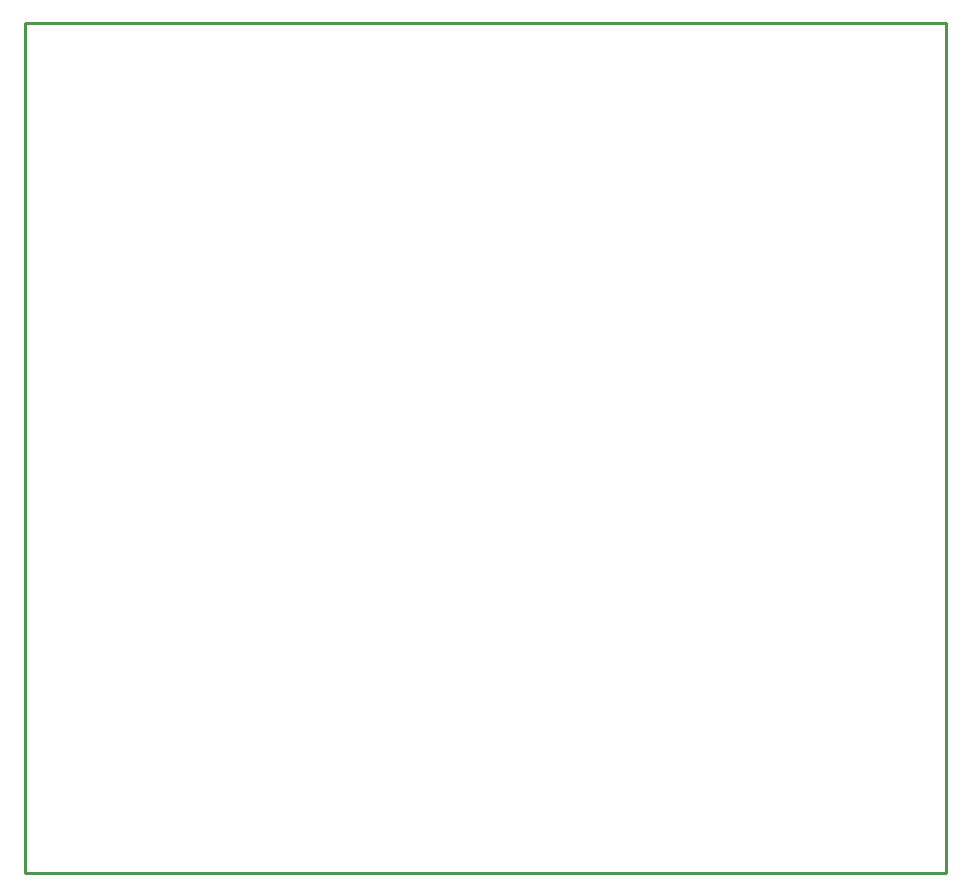
<source format=gm1>
G04*
G04 #@! TF.GenerationSoftware,Altium Limited,Altium Designer,22.5.1 (42)*
G04*
G04 Layer_Color=16711935*
%FSLAX42Y42*%
%MOMM*%
G71*
G04*
G04 #@! TF.SameCoordinates,E9C7B45F-A4FB-49F3-BE10-4E13B05C86B2*
G04*
G04*
G04 #@! TF.FilePolarity,Positive*
G04*
G01*
G75*
%ADD13C,0.25*%
D13*
X0Y0D02*
X7800D01*
X0D02*
Y7200D01*
X7800D01*
Y0D02*
Y7200D01*
X0Y0D02*
X7800D01*
X0D02*
Y7200D01*
X7800D01*
Y0D02*
Y7200D01*
M02*

</source>
